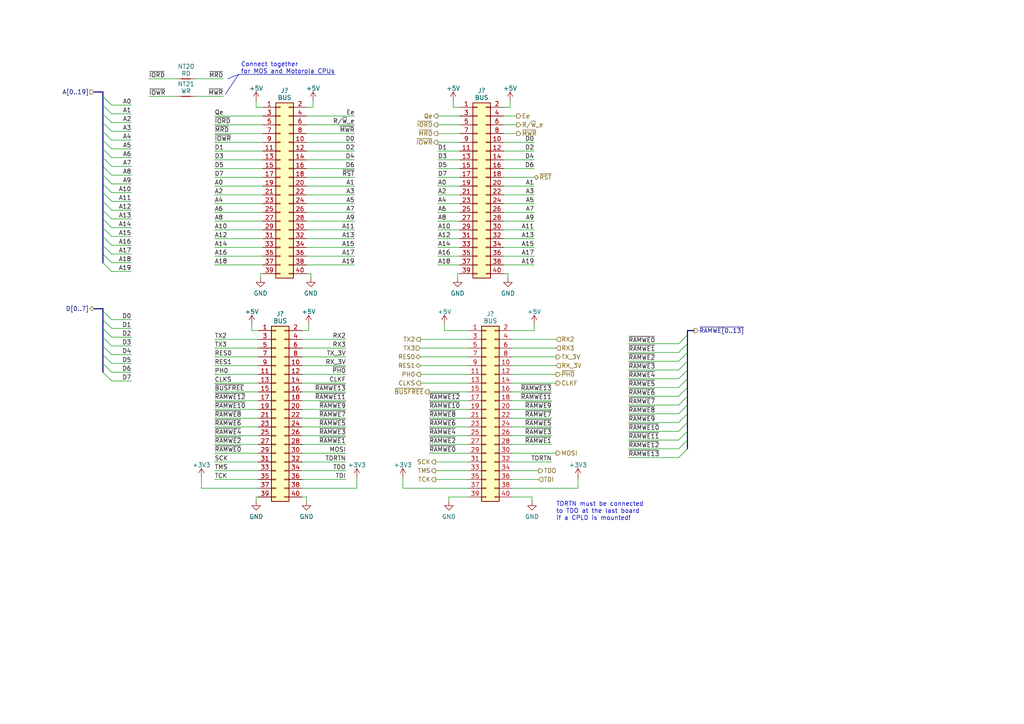
<source format=kicad_sch>
(kicad_sch (version 20230121) (generator eeschema)
  (paper "A4")
  (lib_symbols
    (symbol "Connector_Generic:Conn_02x20_Odd_Even" (pin_names (offset 1.016) hide)
      (property "Reference" "J" (at 1.27 25.4 0))
      (property "Value" "Conn_02x20_Odd_Even" (at 1.27 -27.94 0))
      (symbol "Conn_02x20_Odd_Even_1_1"
        (rectangle (start -1.27 -25.273) (end 0 -25.527) (stroke (width 0.1524)))
        (rectangle (start -1.27 -22.733) (end 0 -22.987) (stroke (width 0.1524)))
        (rectangle (start -1.27 -20.193) (end 0 -20.447) (stroke (width 0.1524)))
        (rectangle (start -1.27 -17.653) (end 0 -17.907) (stroke (width 0.1524)))
        (rectangle (start -1.27 -15.113) (end 0 -15.367) (stroke (width 0.1524)))
        (rectangle (start -1.27 -12.573) (end 0 -12.827) (stroke (width 0.1524)))
        (rectangle (start -1.27 -10.033) (end 0 -10.287) (stroke (width 0.1524)))
        (rectangle (start -1.27 -7.493) (end 0 -7.747) (stroke (width 0.1524)))
        (rectangle (start -1.27 -4.953) (end 0 -5.207) (stroke (width 0.1524)))
        (rectangle (start -1.27 -2.413) (end 0 -2.667) (stroke (width 0.1524)))
        (rectangle (start -1.27 0.127) (end 0 -0.127) (stroke (width 0.1524)))
        (rectangle (start -1.27 2.667) (end 0 2.413) (stroke (width 0.1524)))
        (rectangle (start -1.27 5.207) (end 0 4.953) (stroke (width 0.1524)))
        (rectangle (start -1.27 7.747) (end 0 7.493) (stroke (width 0.1524)))
        (rectangle (start -1.27 10.287) (end 0 10.033) (stroke (width 0.1524)))
        (rectangle (start -1.27 12.827) (end 0 12.573) (stroke (width 0.1524)))
        (rectangle (start -1.27 15.367) (end 0 15.113) (stroke (width 0.1524)))
        (rectangle (start -1.27 17.907) (end 0 17.653) (stroke (width 0.1524)))
        (rectangle (start -1.27 20.447) (end 0 20.193) (stroke (width 0.1524)))
        (rectangle (start -1.27 22.987) (end 0 22.733) (stroke (width 0.1524)))
        (rectangle (start -1.27 24.13) (end 3.81 -26.67) (stroke (width 0.254)) (fill (type background)))
        (rectangle (start 3.81 -25.273) (end 2.54 -25.527) (stroke (width 0.1524)))
        (rectangle (start 3.81 -22.733) (end 2.54 -22.987) (stroke (width 0.1524)))
        (rectangle (start 3.81 -20.193) (end 2.54 -20.447) (stroke (width 0.1524)))
        (rectangle (start 3.81 -17.653) (end 2.54 -17.907) (stroke (width 0.1524)))
        (rectangle (start 3.81 -15.113) (end 2.54 -15.367) (stroke (width 0.1524)))
        (rectangle (start 3.81 -12.573) (end 2.54 -12.827) (stroke (width 0.1524)))
        (rectangle (start 3.81 -10.033) (end 2.54 -10.287) (stroke (width 0.1524)))
        (rectangle (start 3.81 -7.493) (end 2.54 -7.747) (stroke (width 0.1524)))
        (rectangle (start 3.81 -4.953) (end 2.54 -5.207) (stroke (width 0.1524)))
        (rectangle (start 3.81 -2.413) (end 2.54 -2.667) (stroke (width 0.1524)))
        (rectangle (start 3.81 0.127) (end 2.54 -0.127) (stroke (width 0.1524)))
        (rectangle (start 3.81 2.667) (end 2.54 2.413) (stroke (width 0.1524)))
        (rectangle (start 3.81 5.207) (end 2.54 4.953) (stroke (width 0.1524)))
        (rectangle (start 3.81 7.747) (end 2.54 7.493) (stroke (width 0.1524)))
        (rectangle (start 3.81 10.287) (end 2.54 10.033) (stroke (width 0.1524)))
        (rectangle (start 3.81 12.827) (end 2.54 12.573) (stroke (width 0.1524)))
        (rectangle (start 3.81 15.367) (end 2.54 15.113) (stroke (width 0.1524)))
        (rectangle (start 3.81 17.907) (end 2.54 17.653) (stroke (width 0.1524)))
        (rectangle (start 3.81 20.447) (end 2.54 20.193) (stroke (width 0.1524)))
        (rectangle (start 3.81 22.987) (end 2.54 22.733) (stroke (width 0.1524)))
        (pin passive line (at -5.08 22.86 0) (length 3.81) (name "Pin_1") (number "1"))
        (pin passive line (at 7.62 12.7 180) (length 3.81) (name "Pin_10") (number "10"))
        (pin passive line (at -5.08 10.16 0) (length 3.81) (name "Pin_11") (number "11"))
        (pin passive line (at 7.62 10.16 180) (length 3.81) (name "Pin_12") (number "12"))
        (pin passive line (at -5.08 7.62 0) (length 3.81) (name "Pin_13") (number "13"))
        (pin passive line (at 7.62 7.62 180) (length 3.81) (name "Pin_14") (number "14"))
        (pin passive line (at -5.08 5.08 0) (length 3.81) (name "Pin_15") (number "15"))
        (pin passive line (at 7.62 5.08 180) (length 3.81) (name "Pin_16") (number "16"))
        (pin passive line (at -5.08 2.54 0) (length 3.81) (name "Pin_17") (number "17"))
        (pin passive line (at 7.62 2.54 180) (length 3.81) (name "Pin_18") (number "18"))
        (pin passive line (at -5.08 0 0) (length 3.81) (name "Pin_19") (number "19"))
        (pin passive line (at 7.62 22.86 180) (length 3.81) (name "Pin_2") (number "2"))
        (pin passive line (at 7.62 0 180) (length 3.81) (name "Pin_20") (number "20"))
        (pin passive line (at -5.08 -2.54 0) (length 3.81) (name "Pin_21") (number "21"))
        (pin passive line (at 7.62 -2.54 180) (length 3.81) (name "Pin_22") (number "22"))
        (pin passive line (at -5.08 -5.08 0) (length 3.81) (name "Pin_23") (number "23"))
        (pin passive line (at 7.62 -5.08 180) (length 3.81) (name "Pin_24") (number "24"))
        (pin passive line (at -5.08 -7.62 0) (length 3.81) (name "Pin_25") (number "25"))
        (pin passive line (at 7.62 -7.62 180) (length 3.81) (name "Pin_26") (number "26"))
        (pin passive line (at -5.08 -10.16 0) (length 3.81) (name "Pin_27") (number "27"))
        (pin passive line (at 7.62 -10.16 180) (length 3.81) (name "Pin_28") (number "28"))
        (pin passive line (at -5.08 -12.7 0) (length 3.81) (name "Pin_29") (number "29"))
        (pin passive line (at -5.08 20.32 0) (length 3.81) (name "Pin_3") (number "3"))
        (pin passive line (at 7.62 -12.7 180) (length 3.81) (name "Pin_30") (number "30"))
        (pin passive line (at -5.08 -15.24 0) (length 3.81) (name "Pin_31") (number "31"))
        (pin passive line (at 7.62 -15.24 180) (length 3.81) (name "Pin_32") (number "32"))
        (pin passive line (at -5.08 -17.78 0) (length 3.81) (name "Pin_33") (number "33"))
        (pin passive line (at 7.62 -17.78 180) (length 3.81) (name "Pin_34") (number "34"))
        (pin passive line (at -5.08 -20.32 0) (length 3.81) (name "Pin_35") (number "35"))
        (pin passive line (at 7.62 -20.32 180) (length 3.81) (name "Pin_36") (number "36"))
        (pin passive line (at -5.08 -22.86 0) (length 3.81) (name "Pin_37") (number "37"))
        (pin passive line (at 7.62 -22.86 180) (length 3.81) (name "Pin_38") (number "38"))
        (pin passive line (at -5.08 -25.4 0) (length 3.81) (name "Pin_39") (number "39"))
        (pin passive line (at 7.62 20.32 180) (length 3.81) (name "Pin_4") (number "4"))
        (pin passive line (at 7.62 -25.4 180) (length 3.81) (name "Pin_40") (number "40"))
        (pin passive line (at -5.08 17.78 0) (length 3.81) (name "Pin_5") (number "5"))
        (pin passive line (at 7.62 17.78 180) (length 3.81) (name "Pin_6") (number "6"))
        (pin passive line (at -5.08 15.24 0) (length 3.81) (name "Pin_7") (number "7"))
        (pin passive line (at 7.62 15.24 180) (length 3.81) (name "Pin_8") (number "8"))
        (pin passive line (at -5.08 12.7 0) (length 3.81) (name "Pin_9") (number "9"))
      )
    )
    (symbol "Device:NetTie_2" (pin_numbers hide) (pin_names (offset 0) hide) (in_bom no)
      (property "Reference" "NT" (at 0 1.27 0))
      (property "Value" "NetTie_2" (at 0 -1.27 0))
      (symbol "NetTie_2_0_1"
        (polyline (pts (xy -1.27 0) (xy 1.27 0)) (stroke (width 0.254)))
      )
      (symbol "NetTie_2_1_1"
        (pin passive line (at -2.54 0 0) (length 2.54) (name "1") (number "1"))
        (pin passive line (at 2.54 0 180) (length 2.54) (name "2") (number "2"))
      )
    )
    (symbol "power:+3V3" (power) (pin_names (offset 0))
      (property "Value" "+3V3" (at 0 3.556 0))
      (symbol "+3V3_0_1"
        (polyline (pts (xy -0.762 1.27) (xy 0 2.54)))
        (polyline (pts (xy 0 0) (xy 0 2.54)))
        (polyline (pts (xy 0 2.54) (xy 0.762 1.27)))
      )
      (symbol "+3V3_1_1"
        (pin power_in line (at 0 0 90) (length 0) hide (name "+3V3") (number "1"))
      )
    )
    (symbol "power:+5V" (power) (pin_names (offset 0))
      (property "Value" "+5V" (at 0 3.556 0))
      (symbol "+5V_0_1"
        (polyline (pts (xy -0.762 1.27) (xy 0 2.54)))
        (polyline (pts (xy 0 0) (xy 0 2.54)))
        (polyline (pts (xy 0 2.54) (xy 0.762 1.27)))
      )
      (symbol "+5V_1_1"
        (pin power_in line (at 0 0 90) (length 0) hide (name "+5V") (number "1"))
      )
    )
    (symbol "power:GND" (power) (pin_names (offset 0))
      (property "Value" "GND" (at 0 -3.81 0))
      (symbol "GND_0_1"
        (polyline (pts (xy 0 0) (xy 0 -1.27) (xy 1.27 -1.27) (xy 0 -2.54) (xy -1.27 -1.27) (xy 0 -1.27)))
      )
      (symbol "GND_1_1"
        (pin power_in line (at 0 0 270) (length 0) hide (name "GND") (number "1"))
      )
    )
  )
  (bus_entry (at 29.845 55.88) (size 2.54 2.54))
  (bus_entry (at 29.845 92.71) (size 2.54 2.54))
  (bus_entry (at 199.39 104.775) (size -2.54 2.54))
  (bus_entry (at 29.845 68.58) (size 2.54 2.54))
  (bus_entry (at 199.39 117.475) (size -2.54 2.54))
  (bus_entry (at 29.845 107.95) (size 2.54 2.54))
  (bus_entry (at 29.845 95.25) (size 2.54 2.54))
  (bus_entry (at 29.845 43.18) (size 2.54 2.54))
  (bus_entry (at 29.845 53.34) (size 2.54 2.54))
  (bus_entry (at 199.39 122.555) (size -2.54 2.54))
  (bus_entry (at 29.845 50.8) (size 2.54 2.54))
  (bus_entry (at 199.39 114.935) (size -2.54 2.54))
  (bus_entry (at 199.39 125.095) (size -2.54 2.54))
  (bus_entry (at 199.39 107.315) (size -2.54 2.54))
  (bus_entry (at 29.845 100.33) (size 2.54 2.54))
  (bus_entry (at 199.39 97.155) (size -2.54 2.54))
  (bus_entry (at 29.845 33.02) (size 2.54 2.54))
  (bus_entry (at 29.845 58.42) (size 2.54 2.54))
  (bus_entry (at 29.845 35.56) (size 2.54 2.54))
  (bus_entry (at 199.39 120.015) (size -2.54 2.54))
  (bus_entry (at 29.845 66.04) (size 2.54 2.54))
  (bus_entry (at 29.845 48.26) (size 2.54 2.54))
  (bus_entry (at 199.39 99.695) (size -2.54 2.54))
  (bus_entry (at 29.845 73.66) (size 2.54 2.54))
  (bus_entry (at 199.39 130.175) (size -2.54 2.54))
  (bus_entry (at 29.845 76.2) (size 2.54 2.54))
  (bus_entry (at 199.39 102.235) (size -2.54 2.54))
  (bus_entry (at 29.845 97.79) (size 2.54 2.54))
  (bus_entry (at 199.39 127.635) (size -2.54 2.54))
  (bus_entry (at 29.845 27.94) (size 2.54 2.54))
  (bus_entry (at 29.845 38.1) (size 2.54 2.54))
  (bus_entry (at 29.845 105.41) (size 2.54 2.54))
  (bus_entry (at 29.845 40.64) (size 2.54 2.54))
  (bus_entry (at 29.845 63.5) (size 2.54 2.54))
  (bus_entry (at 29.845 30.48) (size 2.54 2.54))
  (bus_entry (at 199.39 109.855) (size -2.54 2.54))
  (bus_entry (at 29.845 102.87) (size 2.54 2.54))
  (bus_entry (at 29.845 90.17) (size 2.54 2.54))
  (bus_entry (at 29.845 60.96) (size 2.54 2.54))
  (bus_entry (at 29.845 45.72) (size 2.54 2.54))
  (bus_entry (at 199.39 112.395) (size -2.54 2.54))
  (bus_entry (at 29.845 71.12) (size 2.54 2.54))
  (wire (pts (xy 87.63 128.905) (xy 100.33 128.905)))
  (wire (pts (xy 87.63 98.425) (xy 100.33 98.425)))
  (bus (pts (xy 29.845 26.67) (xy 27.305 26.67)))
  (wire (pts (xy 58.42 138.43) (xy 58.42 141.605)))
  (wire (pts (xy 121.92 106.045) (xy 135.89 106.045)))
  (wire (pts (xy 127 43.815) (xy 133.35 43.815)))
  (wire (pts (xy 127 64.135) (xy 133.35 64.135)))
  (wire (pts (xy 148.59 100.965) (xy 161.29 100.965)))
  (wire (pts (xy 38.1 78.74) (xy 32.385 78.74)))
  (wire (pts (xy 62.23 48.895) (xy 76.2 48.895)))
  (wire (pts (xy 87.63 116.205) (xy 100.33 116.205)))
  (wire (pts (xy 62.23 106.045) (xy 74.93 106.045)))
  (bus (pts (xy 29.845 55.88) (xy 29.845 53.34)))
  (wire (pts (xy 62.23 128.905) (xy 74.93 128.905)))
  (wire (pts (xy 62.23 76.835) (xy 76.2 76.835)))
  (wire (pts (xy 121.92 100.965) (xy 135.89 100.965)))
  (wire (pts (xy 126.365 136.525) (xy 135.89 136.525)))
  (wire (pts (xy 38.1 92.71) (xy 32.385 92.71)))
  (wire (pts (xy 147.32 80.645) (xy 147.32 79.375)))
  (wire (pts (xy 128.905 95.885) (xy 135.89 95.885)))
  (wire (pts (xy 62.23 118.745) (xy 74.93 118.745)))
  (wire (pts (xy 38.1 97.79) (xy 32.385 97.79)))
  (wire (pts (xy 103.505 138.43) (xy 103.505 141.605)))
  (wire (pts (xy 182.245 104.775) (xy 196.85 104.775)))
  (wire (pts (xy 87.63 106.045) (xy 100.33 106.045)))
  (wire (pts (xy 75.565 79.375) (xy 76.2 79.375)))
  (polyline (pts (xy 65.405 27.305) (xy 69.215 21.59)))
  (bus (pts (xy 199.39 125.095) (xy 199.39 127.635)))
  (wire (pts (xy 73.025 95.885) (xy 74.93 95.885)))
  (wire (pts (xy 62.23 113.665) (xy 74.93 113.665)))
  (wire (pts (xy 182.245 122.555) (xy 196.85 122.555)))
  (wire (pts (xy 90.17 79.375) (xy 88.9 79.375)))
  (bus (pts (xy 199.39 102.235) (xy 199.39 104.775)))
  (wire (pts (xy 88.9 71.755) (xy 102.87 71.755)))
  (bus (pts (xy 199.39 99.695) (xy 199.39 102.235)))
  (wire (pts (xy 90.805 31.115) (xy 88.9 31.115)))
  (bus (pts (xy 29.845 105.41) (xy 29.845 102.87)))
  (wire (pts (xy 127 38.735) (xy 133.35 38.735)))
  (wire (pts (xy 127 41.275) (xy 133.35 41.275)))
  (wire (pts (xy 74.295 145.415) (xy 74.295 144.145)))
  (wire (pts (xy 62.23 131.445) (xy 74.93 131.445)))
  (wire (pts (xy 88.9 43.815) (xy 102.87 43.815)))
  (wire (pts (xy 127 69.215) (xy 133.35 69.215)))
  (wire (pts (xy 182.245 112.395) (xy 196.85 112.395)))
  (bus (pts (xy 29.845 107.95) (xy 29.845 105.41)))
  (wire (pts (xy 88.9 36.195) (xy 102.87 36.195)))
  (wire (pts (xy 146.05 61.595) (xy 154.94 61.595)))
  (wire (pts (xy 87.63 108.585) (xy 100.33 108.585)))
  (wire (pts (xy 74.295 144.145) (xy 74.93 144.145)))
  (wire (pts (xy 58.42 141.605) (xy 74.93 141.605)))
  (wire (pts (xy 148.59 141.605) (xy 167.64 141.605)))
  (bus (pts (xy 199.39 112.395) (xy 199.39 114.935)))
  (bus (pts (xy 29.845 63.5) (xy 29.845 60.96)))
  (wire (pts (xy 38.1 105.41) (xy 32.385 105.41)))
  (wire (pts (xy 148.59 103.505) (xy 161.29 103.505)))
  (wire (pts (xy 182.245 99.695) (xy 196.85 99.695)))
  (polyline (pts (xy 66.04 22.86) (xy 69.215 21.59)))
  (wire (pts (xy 62.23 136.525) (xy 74.93 136.525)))
  (wire (pts (xy 124.46 116.205) (xy 135.89 116.205)))
  (wire (pts (xy 127 61.595) (xy 133.35 61.595)))
  (wire (pts (xy 88.9 145.415) (xy 88.9 144.145)))
  (wire (pts (xy 132.715 79.375) (xy 133.35 79.375)))
  (wire (pts (xy 38.1 30.48) (xy 32.385 30.48)))
  (wire (pts (xy 126.365 133.985) (xy 135.89 133.985)))
  (wire (pts (xy 146.05 36.195) (xy 149.86 36.195)))
  (wire (pts (xy 38.1 60.96) (xy 32.385 60.96)))
  (bus (pts (xy 29.845 68.58) (xy 29.845 71.12)))
  (wire (pts (xy 148.59 136.525) (xy 156.21 136.525)))
  (wire (pts (xy 38.1 102.87) (xy 32.385 102.87)))
  (bus (pts (xy 29.845 30.48) (xy 29.845 27.94)))
  (wire (pts (xy 127 74.295) (xy 133.35 74.295)))
  (wire (pts (xy 182.245 107.315) (xy 196.85 107.315)))
  (bus (pts (xy 29.845 66.04) (xy 29.845 68.58)))
  (wire (pts (xy 182.245 127.635) (xy 196.85 127.635)))
  (wire (pts (xy 148.59 108.585) (xy 161.29 108.585)))
  (wire (pts (xy 148.59 123.825) (xy 160.02 123.825)))
  (wire (pts (xy 128.905 93.98) (xy 128.905 95.885)))
  (wire (pts (xy 62.23 71.755) (xy 76.2 71.755)))
  (wire (pts (xy 147.32 79.375) (xy 146.05 79.375)))
  (wire (pts (xy 154.94 95.885) (xy 148.59 95.885)))
  (wire (pts (xy 62.23 38.735) (xy 76.2 38.735)))
  (bus (pts (xy 29.845 48.26) (xy 29.845 45.72)))
  (wire (pts (xy 62.23 56.515) (xy 76.2 56.515)))
  (bus (pts (xy 199.39 122.555) (xy 199.39 125.095)))
  (wire (pts (xy 127 53.975) (xy 133.35 53.975)))
  (bus (pts (xy 199.39 109.855) (xy 199.39 112.395)))
  (wire (pts (xy 38.1 110.49) (xy 32.385 110.49)))
  (wire (pts (xy 124.46 121.285) (xy 135.89 121.285)))
  (wire (pts (xy 74.295 29.21) (xy 74.295 31.115)))
  (wire (pts (xy 146.05 33.655) (xy 149.86 33.655)))
  (wire (pts (xy 130.175 145.415) (xy 130.175 144.145)))
  (wire (pts (xy 124.46 113.665) (xy 135.89 113.665)))
  (bus (pts (xy 199.39 95.885) (xy 199.39 97.155)))
  (wire (pts (xy 73.025 93.98) (xy 73.025 95.885)))
  (bus (pts (xy 199.39 127.635) (xy 199.39 130.175)))
  (wire (pts (xy 38.1 76.2) (xy 32.385 76.2)))
  (wire (pts (xy 148.59 116.205) (xy 160.02 116.205)))
  (bus (pts (xy 29.845 90.17) (xy 29.845 89.535)))
  (wire (pts (xy 182.245 102.235) (xy 196.85 102.235)))
  (bus (pts (xy 29.845 40.64) (xy 29.845 38.1)))
  (wire (pts (xy 38.1 63.5) (xy 32.385 63.5)))
  (wire (pts (xy 121.92 111.125) (xy 135.89 111.125)))
  (bus (pts (xy 29.845 38.1) (xy 29.845 35.56)))
  (wire (pts (xy 146.05 43.815) (xy 154.94 43.815)))
  (wire (pts (xy 147.955 29.21) (xy 147.955 31.115)))
  (bus (pts (xy 29.845 66.04) (xy 29.845 63.5)))
  (bus (pts (xy 29.845 35.56) (xy 29.845 33.02)))
  (wire (pts (xy 121.92 98.425) (xy 135.89 98.425)))
  (wire (pts (xy 87.63 121.285) (xy 100.33 121.285)))
  (wire (pts (xy 148.59 128.905) (xy 160.02 128.905)))
  (wire (pts (xy 38.1 33.02) (xy 32.385 33.02)))
  (wire (pts (xy 146.05 53.975) (xy 154.94 53.975)))
  (wire (pts (xy 43.18 22.86) (xy 51.435 22.86)))
  (wire (pts (xy 127 66.675) (xy 133.35 66.675)))
  (wire (pts (xy 131.445 31.115) (xy 133.35 31.115)))
  (bus (pts (xy 199.39 114.935) (xy 199.39 117.475)))
  (wire (pts (xy 87.63 113.665) (xy 100.33 113.665)))
  (wire (pts (xy 182.245 120.015) (xy 196.85 120.015)))
  (bus (pts (xy 29.845 60.96) (xy 29.845 58.42)))
  (wire (pts (xy 38.1 73.66) (xy 32.385 73.66)))
  (wire (pts (xy 38.1 43.18) (xy 32.385 43.18)))
  (wire (pts (xy 62.23 126.365) (xy 74.93 126.365)))
  (wire (pts (xy 130.175 144.145) (xy 135.89 144.145)))
  (wire (pts (xy 88.9 53.975) (xy 102.87 53.975)))
  (wire (pts (xy 62.23 103.505) (xy 74.93 103.505)))
  (bus (pts (xy 29.845 53.34) (xy 29.845 50.8)))
  (wire (pts (xy 90.805 29.21) (xy 90.805 31.115)))
  (bus (pts (xy 199.39 107.315) (xy 199.39 109.855)))
  (wire (pts (xy 88.9 144.145) (xy 87.63 144.145)))
  (wire (pts (xy 127 59.055) (xy 133.35 59.055)))
  (wire (pts (xy 146.05 71.755) (xy 154.94 71.755)))
  (wire (pts (xy 74.295 31.115) (xy 76.2 31.115)))
  (wire (pts (xy 88.9 76.835) (xy 102.87 76.835)))
  (wire (pts (xy 116.84 138.43) (xy 116.84 141.605)))
  (wire (pts (xy 88.9 74.295) (xy 102.87 74.295)))
  (wire (pts (xy 88.9 59.055) (xy 102.87 59.055)))
  (wire (pts (xy 88.9 46.355) (xy 102.87 46.355)))
  (wire (pts (xy 62.23 139.065) (xy 74.93 139.065)))
  (wire (pts (xy 62.23 98.425) (xy 74.93 98.425)))
  (wire (pts (xy 38.1 71.12) (xy 32.385 71.12)))
  (wire (pts (xy 148.59 131.445) (xy 161.29 131.445)))
  (wire (pts (xy 126.365 139.065) (xy 135.89 139.065)))
  (bus (pts (xy 29.845 43.18) (xy 29.845 40.64)))
  (wire (pts (xy 88.9 38.735) (xy 102.87 38.735)))
  (wire (pts (xy 62.23 108.585) (xy 74.93 108.585)))
  (wire (pts (xy 154.305 144.145) (xy 148.59 144.145)))
  (bus (pts (xy 29.845 73.66) (xy 29.845 71.12)))
  (wire (pts (xy 62.23 36.195) (xy 76.2 36.195)))
  (wire (pts (xy 148.59 139.065) (xy 156.21 139.065)))
  (wire (pts (xy 88.9 51.435) (xy 102.87 51.435)))
  (wire (pts (xy 127 51.435) (xy 133.35 51.435)))
  (wire (pts (xy 87.63 133.985) (xy 100.33 133.985)))
  (bus (pts (xy 199.39 120.015) (xy 199.39 122.555)))
  (wire (pts (xy 132.715 80.645) (xy 132.715 79.375)))
  (wire (pts (xy 62.23 61.595) (xy 76.2 61.595)))
  (wire (pts (xy 62.23 116.205) (xy 74.93 116.205)))
  (wire (pts (xy 62.23 100.965) (xy 74.93 100.965)))
  (bus (pts (xy 29.845 97.79) (xy 29.845 95.25)))
  (wire (pts (xy 87.63 100.965) (xy 100.33 100.965)))
  (wire (pts (xy 62.23 33.655) (xy 76.2 33.655)))
  (wire (pts (xy 38.1 100.33) (xy 32.385 100.33)))
  (wire (pts (xy 62.23 59.055) (xy 76.2 59.055)))
  (wire (pts (xy 87.63 126.365) (xy 100.33 126.365)))
  (wire (pts (xy 88.9 41.275) (xy 102.87 41.275)))
  (bus (pts (xy 29.845 95.25) (xy 29.845 92.71)))
  (wire (pts (xy 127 33.655) (xy 133.35 33.655)))
  (wire (pts (xy 75.565 80.645) (xy 75.565 79.375)))
  (wire (pts (xy 38.1 40.64) (xy 32.385 40.64)))
  (wire (pts (xy 38.1 45.72) (xy 32.385 45.72)))
  (wire (pts (xy 89.535 95.885) (xy 87.63 95.885)))
  (wire (pts (xy 38.1 107.95) (xy 32.385 107.95)))
  (bus (pts (xy 29.845 33.02) (xy 29.845 30.48)))
  (wire (pts (xy 182.245 130.175) (xy 196.85 130.175)))
  (wire (pts (xy 146.05 59.055) (xy 154.94 59.055)))
  (wire (pts (xy 146.05 64.135) (xy 154.94 64.135)))
  (wire (pts (xy 127 76.835) (xy 133.35 76.835)))
  (wire (pts (xy 124.46 126.365) (xy 135.89 126.365)))
  (wire (pts (xy 182.245 117.475) (xy 196.85 117.475)))
  (wire (pts (xy 38.1 95.25) (xy 32.385 95.25)))
  (wire (pts (xy 38.1 50.8) (xy 32.385 50.8)))
  (wire (pts (xy 62.23 69.215) (xy 76.2 69.215)))
  (wire (pts (xy 88.9 66.675) (xy 102.87 66.675)))
  (wire (pts (xy 88.9 48.895) (xy 102.87 48.895)))
  (wire (pts (xy 38.1 35.56) (xy 32.385 35.56)))
  (wire (pts (xy 38.1 55.88) (xy 32.385 55.88)))
  (wire (pts (xy 146.05 66.675) (xy 154.94 66.675)))
  (wire (pts (xy 121.92 103.505) (xy 135.89 103.505)))
  (wire (pts (xy 62.23 51.435) (xy 76.2 51.435)))
  (wire (pts (xy 89.535 93.98) (xy 89.535 95.885)))
  (wire (pts (xy 87.63 118.745) (xy 100.33 118.745)))
  (wire (pts (xy 38.1 48.26) (xy 32.385 48.26)))
  (wire (pts (xy 56.515 22.86) (xy 64.77 22.86)))
  (wire (pts (xy 148.59 126.365) (xy 160.02 126.365)))
  (wire (pts (xy 87.63 123.825) (xy 100.33 123.825)))
  (wire (pts (xy 154.94 93.98) (xy 154.94 95.885)))
  (wire (pts (xy 124.46 123.825) (xy 135.89 123.825)))
  (wire (pts (xy 62.23 64.135) (xy 76.2 64.135)))
  (bus (pts (xy 199.39 104.775) (xy 199.39 107.315)))
  (wire (pts (xy 116.84 141.605) (xy 135.89 141.605)))
  (wire (pts (xy 182.245 114.935) (xy 196.85 114.935)))
  (wire (pts (xy 127 56.515) (xy 133.35 56.515)))
  (wire (pts (xy 87.63 136.525) (xy 100.33 136.525)))
  (wire (pts (xy 121.92 108.585) (xy 135.89 108.585)))
  (wire (pts (xy 87.63 139.065) (xy 100.33 139.065)))
  (bus (pts (xy 29.845 100.33) (xy 29.845 97.79)))
  (wire (pts (xy 146.05 51.435) (xy 154.94 51.435)))
  (bus (pts (xy 29.845 76.2) (xy 29.845 73.66)))
  (wire (pts (xy 124.46 128.905) (xy 135.89 128.905)))
  (wire (pts (xy 88.9 69.215) (xy 102.87 69.215)))
  (wire (pts (xy 148.59 118.745) (xy 160.02 118.745)))
  (bus (pts (xy 199.39 117.475) (xy 199.39 120.015)))
  (wire (pts (xy 62.23 41.275) (xy 76.2 41.275)))
  (wire (pts (xy 148.59 111.125) (xy 161.29 111.125)))
  (bus (pts (xy 29.845 92.71) (xy 29.845 90.17)))
  (wire (pts (xy 88.9 33.655) (xy 102.87 33.655)))
  (wire (pts (xy 148.59 98.425) (xy 161.29 98.425)))
  (wire (pts (xy 182.245 125.095) (xy 196.85 125.095)))
  (wire (pts (xy 146.05 41.275) (xy 154.94 41.275)))
  (bus (pts (xy 29.845 45.72) (xy 29.845 43.18)))
  (wire (pts (xy 87.63 103.505) (xy 100.33 103.505)))
  (wire (pts (xy 146.05 74.295) (xy 154.94 74.295)))
  (bus (pts (xy 29.845 102.87) (xy 29.845 100.33)))
  (wire (pts (xy 38.1 38.1) (xy 32.385 38.1)))
  (wire (pts (xy 127 46.355) (xy 133.35 46.355)))
  (wire (pts (xy 148.59 133.985) (xy 160.02 133.985)))
  (bus (pts (xy 29.845 58.42) (xy 29.845 55.88)))
  (wire (pts (xy 43.18 27.94) (xy 51.435 27.94)))
  (wire (pts (xy 182.245 132.715) (xy 196.85 132.715)))
  (wire (pts (xy 62.23 74.295) (xy 76.2 74.295)))
  (wire (pts (xy 87.63 141.605) (xy 103.505 141.605)))
  (wire (pts (xy 62.23 133.985) (xy 74.93 133.985)))
  (wire (pts (xy 148.59 106.045) (xy 161.29 106.045)))
  (wire (pts (xy 62.23 53.975) (xy 76.2 53.975)))
  (wire (pts (xy 154.305 145.415) (xy 154.305 144.145)))
  (bus (pts (xy 29.845 50.8) (xy 29.845 48.26)))
  (wire (pts (xy 146.05 48.895) (xy 154.94 48.895)))
  (wire (pts (xy 38.1 66.04) (xy 32.385 66.04)))
  (bus (pts (xy 29.845 89.535) (xy 27.305 89.535)))
  (wire (pts (xy 88.9 64.135) (xy 102.87 64.135)))
  (wire (pts (xy 127 48.895) (xy 133.35 48.895)))
  (wire (pts (xy 62.23 111.125) (xy 74.93 111.125)))
  (wire (pts (xy 124.46 118.745) (xy 135.89 118.745)))
  (wire (pts (xy 146.05 56.515) (xy 154.94 56.515)))
  (wire (pts (xy 124.46 131.445) (xy 135.89 131.445)))
  (bus (pts (xy 201.295 95.885) (xy 199.39 95.885)))
  (wire (pts (xy 38.1 58.42) (xy 32.385 58.42)))
  (wire (pts (xy 167.64 138.43) (xy 167.64 141.605)))
  (wire (pts (xy 62.23 66.675) (xy 76.2 66.675)))
  (wire (pts (xy 88.9 56.515) (xy 102.87 56.515)))
  (wire (pts (xy 146.05 69.215) (xy 154.94 69.215)))
  (wire (pts (xy 182.245 109.855) (xy 196.85 109.855)))
  (wire (pts (xy 38.1 53.34) (xy 32.385 53.34)))
  (wire (pts (xy 62.23 46.355) (xy 76.2 46.355)))
  (wire (pts (xy 127 36.195) (xy 133.35 36.195)))
  (wire (pts (xy 88.9 61.595) (xy 102.87 61.595)))
  (wire (pts (xy 148.59 121.285) (xy 160.02 121.285)))
  (wire (pts (xy 62.23 123.825) (xy 74.93 123.825)))
  (wire (pts (xy 62.23 121.285) (xy 74.93 121.285)))
  (wire (pts (xy 147.955 31.115) (xy 146.05 31.115)))
  (polyline (pts (xy 97.155 21.59) (xy 69.215 21.59)))
  (wire (pts (xy 131.445 29.21) (xy 131.445 31.115)))
  (bus (pts (xy 199.39 97.155) (xy 199.39 99.695)))
  (wire (pts (xy 87.63 131.445) (xy 100.33 131.445)))
  (wire (pts (xy 38.1 68.58) (xy 32.385 68.58)))
  (wire (pts (xy 146.05 38.735) (xy 149.86 38.735)))
  (bus (pts (xy 29.845 27.94) (xy 29.845 26.67)))
  (wire (pts (xy 90.17 80.645) (xy 90.17 79.375)))
  (wire (pts (xy 127 71.755) (xy 133.35 71.755)))
  (wire (pts (xy 148.59 113.665) (xy 160.02 113.665)))
  (wire (pts (xy 146.05 76.835) (xy 154.94 76.835)))
  (wire (pts (xy 62.23 43.815) (xy 76.2 43.815)))
  (wire (pts (xy 56.515 27.94) (xy 64.77 27.94)))
  (wire (pts (xy 87.63 111.125) (xy 100.33 111.125)))
  (wire (pts (xy 146.05 46.355) (xy 154.94 46.355)))
  (text "TDRTN must be connected \nto TDO at the last board\nif a CPLD is mounted!" (at 161.29 151.13 0) (effects (font (size 1.27 1.27)) (justify left bottom)))
  (text "Connect together\nfor MOS and Motorola CPUs" (at 69.85 21.59 0) (effects (font (size 1.27 1.27)) (justify left bottom)))
  (label "A2" (at 127 56.515 0))
  (label "~{RAMWE12}" (at 62.23 116.205 0))
  (label "~{RAMWE4}" (at 124.46 126.365 0))
  (label "D6" (at 102.87 48.895 180))
  (label "~{RAMWE9}" (at 160.02 118.745 180))
  (label "TDI" (at 100.33 139.065 180))
  (label "A7" (at 38.1 48.26 180))
  (label "D7" (at 38.1 110.49 180))
  (label "A19" (at 102.87 76.835 180))
  (label "A3" (at 154.94 56.515 180))
  (label "A9" (at 154.94 64.135 180))
  (label "R{slash}~{W}_e" (at 102.87 36.195 180))
  (label "A17" (at 38.1 73.66 180))
  (label "A16" (at 38.1 71.12 180))
  (label "A13" (at 102.87 69.215 180))
  (label "~{RAMWE11}" (at 100.33 116.205 180))
  (label "~{RAMWE10}" (at 124.46 118.745 0))
  (label "D6" (at 154.94 48.895 180))
  (label "A12" (at 38.1 60.96 180))
  (label "~{MRD}" (at 62.23 38.735 0))
  (label "A5" (at 38.1 43.18 180))
  (label "A14" (at 62.23 71.755 0))
  (label "A7" (at 154.94 61.595 180))
  (label "A18" (at 62.23 76.835 0))
  (label "A6" (at 38.1 45.72 180))
  (label "TX2" (at 62.23 98.425 0))
  (label "A5" (at 154.94 59.055 180))
  (label "A4" (at 38.1 40.64 180))
  (label "TX_3V" (at 100.33 103.505 180))
  (label "A7" (at 102.87 61.595 180))
  (label "A2" (at 38.1 35.56 180))
  (label "~{IOWR}" (at 62.23 41.275 0))
  (label "D2" (at 154.94 43.815 180))
  (label "~{RAMWE8}" (at 182.245 120.015 0))
  (label "A19" (at 154.94 76.835 180))
  (label "~{RAMWE10}" (at 62.23 118.745 0))
  (label "~{RAMWE2}" (at 182.245 104.775 0))
  (label "A15" (at 102.87 71.755 180))
  (label "D1" (at 38.1 95.25 180))
  (label "~{RAMWE6}" (at 124.46 123.825 0))
  (label "TMS" (at 62.23 136.525 0))
  (label "~{RAMWE12}" (at 124.46 116.205 0))
  (label "~{RAMWE13}" (at 182.245 132.715 0))
  (label "A17" (at 102.87 74.295 180))
  (label "A18" (at 38.1 76.2 180))
  (label "A10" (at 127 66.675 0))
  (label "~{RAMWE3}" (at 182.245 107.315 0))
  (label "A4" (at 62.23 59.055 0))
  (label "A14" (at 127 71.755 0))
  (label "TDRTN" (at 100.33 133.985 180))
  (label "A11" (at 154.94 66.675 180))
  (label "A1" (at 154.94 53.975 180))
  (label "~{RAMWE5}" (at 100.33 123.825 180))
  (label "~{RAMWE8}" (at 62.23 121.285 0))
  (label "RES0" (at 62.23 103.505 0))
  (label "~{RAMWE4}" (at 182.245 109.855 0))
  (label "A11" (at 38.1 58.42 180))
  (label "MOSI" (at 100.33 131.445 180))
  (label "A17" (at 154.94 74.295 180))
  (label "A10" (at 62.23 66.675 0))
  (label "~{RAMWE7}" (at 182.245 117.475 0))
  (label "RX3" (at 100.33 100.965 180))
  (label "A19" (at 38.1 78.74 180))
  (label "TDRTN" (at 160.02 133.985 180))
  (label "D0" (at 38.1 92.71 180))
  (label "~{RAMWE9}" (at 100.33 118.745 180))
  (label "A1" (at 38.1 33.02 180))
  (label "A12" (at 127 69.215 0))
  (label "D7" (at 127 51.435 0))
  (label "D4" (at 154.94 46.355 180))
  (label "A8" (at 62.23 64.135 0))
  (label "~{RAMWE11}" (at 182.245 127.635 0))
  (label "A5" (at 102.87 59.055 180))
  (label "D3" (at 38.1 100.33 180))
  (label "A2" (at 62.23 56.515 0))
  (label "~{RAMWE2}" (at 124.46 128.905 0))
  (label "~{BUSFREE}" (at 62.23 113.665 0))
  (label "~{RAMWE11}" (at 160.02 116.205 180))
  (label "D4" (at 38.1 102.87 180))
  (label "~{RAMWE6}" (at 182.245 114.935 0))
  (label "~{MRD}" (at 64.77 22.86 180))
  (label "~{RAMWE2}" (at 62.23 128.905 0))
  (label "~{RAMWE4}" (at 62.23 126.365 0))
  (label "A12" (at 62.23 69.215 0))
  (label "A11" (at 102.87 66.675 180))
  (label "~{RAMWE7}" (at 160.02 121.285 180))
  (label "A13" (at 38.1 63.5 180))
  (label "A8" (at 127 64.135 0))
  (label "D5" (at 127 48.895 0))
  (label "A6" (at 127 61.595 0))
  (label "~{RAMWE3}" (at 160.02 126.365 180))
  (label "RX_3V" (at 100.33 106.045 180))
  (label "~{RAMWE3}" (at 100.33 126.365 180))
  (label "~{PH0}" (at 100.33 108.585 180))
  (label "~{RAMWE13}" (at 160.02 113.665 180))
  (label "~{MWR}" (at 64.77 27.94 180))
  (label "D1" (at 127 43.815 0))
  (label "A1" (at 102.87 53.975 180))
  (label "~{RAMWE12}" (at 182.245 130.175 0))
  (label "D2" (at 38.1 97.79 180))
  (label "~{IORD}" (at 62.23 36.195 0))
  (label "A10" (at 38.1 55.88 180))
  (label "TDO" (at 100.33 136.525 180))
  (label "~{RAMWE5}" (at 160.02 123.825 180))
  (label "Ee" (at 102.87 33.655 180))
  (label "SCK" (at 62.23 133.985 0))
  (label "~{RAMWE7}" (at 100.33 121.285 180))
  (label "~{RAMWE1}" (at 100.33 128.905 180))
  (label "D7" (at 62.23 51.435 0))
  (label "PH0" (at 62.23 108.585 0))
  (label "A16" (at 62.23 74.295 0))
  (label "A18" (at 127 76.835 0))
  (label "D3" (at 127 46.355 0))
  (label "A3" (at 102.87 56.515 180))
  (label "A8" (at 38.1 50.8 180))
  (label "A9" (at 38.1 53.34 180))
  (label "TCK" (at 62.23 139.065 0))
  (label "D0" (at 154.94 41.275 180))
  (label "A16" (at 127 74.295 0))
  (label "D3" (at 62.23 46.355 0))
  (label "CLKF" (at 100.33 111.125 180))
  (label "~{IORD}" (at 43.18 22.86 0))
  (label "~{RAMWE0}" (at 124.46 131.445 0))
  (label "A15" (at 154.94 71.755 180))
  (label "~{RAMWE5}" (at 182.245 112.395 0))
  (label "A15" (at 38.1 68.58 180))
  (label "~{RAMWE6}" (at 62.23 123.825 0))
  (label "A13" (at 154.94 69.215 180))
  (label "~{MWR}" (at 102.87 38.735 180))
  (label "RX2" (at 100.33 98.425 180))
  (label "A0" (at 38.1 30.48 180))
  (label "~{RAMWE1}" (at 182.245 102.235 0))
  (label "A0" (at 127 53.975 0))
  (label "A14" (at 38.1 66.04 180))
  (label "D1" (at 62.23 43.815 0))
  (label "A0" (at 62.23 53.975 0))
  (label "A9" (at 102.87 64.135 180))
  (label "~{RAMWE1}" (at 160.02 128.905 180))
  (label "~{RST}" (at 102.87 51.435 180))
  (label "CLKS" (at 62.23 111.125 0))
  (label "~{RAMWE13}" (at 100.33 113.665 180))
  (label "~{RAMWE10}" (at 182.245 125.095 0))
  (label "A4" (at 127 59.055 0))
  (label "D0" (at 102.87 41.275 180))
  (label "~{RAMWE9}" (at 182.245 122.555 0))
  (label "D6" (at 38.1 107.95 180))
  (label "~{RAMWE0}" (at 182.245 99.695 0))
  (label "A3" (at 38.1 38.1 180))
  (label "RES1" (at 62.23 106.045 0))
  (label "TX3" (at 62.23 100.965 0))
  (label "A6" (at 62.23 61.595 0))
  (label "~{RAMWE8}" (at 124.46 121.285 0))
  (label "Qe" (at 62.23 33.655 0))
  (label "D5" (at 38.1 105.41 180))
  (label "~{IOWR}" (at 43.18 27.94 0))
  (label "D2" (at 102.87 43.815 180))
  (label "D4" (at 102.87 46.355 180))
  (label "D5" (at 62.23 48.895 0))
  (label "~{RAMWE0}" (at 62.23 131.445 0))
  (hierarchical_label "TDO" (shape output) (at 156.21 136.525 0))
  (hierarchical_label "CLKS" (shape output) (at 121.92 111.125 180))
  (hierarchical_label "MOSI" (shape output) (at 161.29 131.445 0))
  (hierarchical_label "RX2" (shape input) (at 161.29 98.425 0))
  (hierarchical_label "~{PH0}" (shape output) (at 161.29 108.585 0))
  (hierarchical_label "~{MRD}" (shape output) (at 127 38.735 180))
  (hierarchical_label "TCK" (shape output) (at 126.365 139.065 180))
  (hierarchical_label "RX_3V" (shape input) (at 161.29 106.045 0))
  (hierarchical_label "~{BUSFREE}" (shape output) (at 124.46 113.665 180))
  (hierarchical_label "~{MWR}" (shape output) (at 149.86 38.735 0))
  (hierarchical_label "PH0" (shape output) (at 121.92 108.585 180))
  (hierarchical_label "RES1" (shape bidirectional) (at 121.92 106.045 180))
  (hierarchical_label "TMS" (shape output) (at 126.365 136.525 180))
  (hierarchical_label "~{RAMWE[0..13]}" (shape output) (at 201.295 95.885 0))
  (hierarchical_label "RES0" (shape bidirectional) (at 121.92 103.505 180))
  (hierarchical_label "Qe" (shape output) (at 127 33.655 180))
  (hierarchical_label "TDI" (shape input) (at 156.21 139.065 0))
  (hierarchical_label "SCK" (shape output) (at 126.365 133.985 180))
  (hierarchical_label "TX2" (shape output) (at 121.92 98.425 180))
  (hierarchical_label "~{IOWR}" (shape output) (at 127 41.275 180))
  (hierarchical_label "TX_3V" (shape output) (at 161.29 103.505 0))
  (hierarchical_label "D[0..7]" (shape bidirectional) (at 27.305 89.535 180))
  (hierarchical_label "~{IORD}" (shape output) (at 127 36.195 180))
  (hierarchical_label "R{slash}~{W}_e" (shape output) (at 149.86 36.195 0))
  (hierarchical_label "~{RST}" (shape bidirectional) (at 154.94 51.435 0))
  (hierarchical_label "A[0..19]" (shape input) (at 27.305 26.67 180))
  (hierarchical_label "TX3" (shape input) (at 121.92 100.965 180))
  (hierarchical_label "RX3" (shape input) (at 161.29 100.965 0))
  (hierarchical_label "Ee" (shape output) (at 149.86 33.655 0))
  (hierarchical_label "CLKF" (shape output) (at 161.29 111.125 0))
  (symbol (lib_id "power:+3V3") (at 58.42 138.43 0) (unit 1)
    (property "Reference" "#PWR?" (effects hide))
    (property "Value" "+3V3" (at 58.42 134.8542 0))
    (instances (project "CPU_6809_board" (path "" (reference "#PWR?") (unit 1)) (path "" (reference "#PWR029") (unit 1))))
  )
  (symbol (lib_id "power:+5V") (at 90.805 29.21 0) (mirror y) (unit 1)
    (property "Reference" "#PWR?" (effects hide))
    (property "Value" "+5V" (at 90.805 25.6342 0))
    (instances (project "CPU_6809_board" (path "" (reference "#PWR?") (unit 1)) (path "" (reference "#PWR021") (unit 1))))
  )
  (symbol (lib_id "Connector_Generic:Conn_02x20_Odd_Even") (at 138.43 53.975 0) (unit 1)
    (property "Reference" "J?" (at 139.7 26.265 0))
    (property "Value" "BUS" (at 139.7 28.313 0))
    (property "Footprint" "Connector_PinSocket_2.54mm:PinSocket_2x20_P2.54mm_Vertical" (effects hide))
    (instances (project "CPU_6809_board" (path "" (reference "J?") (unit 1)) (path "" (reference "J3") (unit 1))))
  )
  (symbol (lib_id "power:GND") (at 90.17 80.645 0) (unit 1)
    (property "Reference" "#PWR?" (effects hide))
    (property "Value" "GND" (at 90.17 85.0884 0))
    (instances (project "CPU_6809_board" (path "" (reference "#PWR?") (unit 1)) (path "" (reference "#PWR025") (unit 1))))
  )
  (symbol (lib_id "power:+3V3") (at 103.505 138.43 0) (unit 1)
    (property "Reference" "#PWR?" (effects hide))
    (property "Value" "+3V3" (at 103.505 134.8542 0))
    (instances (project "CPU_6809_board" (path "" (reference "#PWR?") (unit 1)) (path "" (reference "#PWR030") (unit 1))))
  )
  (symbol (lib_id "power:+5V") (at 74.295 29.21 0) (unit 1)
    (property "Reference" "#PWR?" (effects hide))
    (property "Value" "+5V" (at 74.295 25.6342 0))
    (instances (project "CPU_6809_board" (path "" (reference "#PWR?") (unit 1)) (path "" (reference "#PWR020") (unit 1))))
  )
  (symbol (lib_id "Device:NetTie_2") (at 53.975 27.94 0) (unit 1) (in_bom no)
    (property "Reference" "NT21" (at 53.975 24.36 0))
    (property "Value" "WR" (at 53.975 26.408 0))
    (property "Footprint" "NetTie:NetTie-2_SMD_Pad0.5mm" (effects hide))
  )
  (symbol (lib_id "power:GND") (at 154.305 145.415 0) (unit 1)
    (property "Reference" "#PWR?" (effects hide))
    (property "Value" "GND" (at 154.305 149.8584 0))
    (instances (project "CPU_6809_board" (path "" (reference "#PWR?") (unit 1)) (path "" (reference "#PWR036") (unit 1))))
  )
  (symbol (lib_id "power:GND") (at 132.715 80.645 0) (unit 1)
    (property "Reference" "#PWR?" (effects hide))
    (property "Value" "GND" (at 132.715 85.0884 0))
    (instances (project "CPU_6809_board" (path "" (reference "#PWR?") (unit 1)) (path "" (reference "#PWR026") (unit 1))))
  )
  (symbol (lib_id "Device:NetTie_2") (at 53.975 22.86 0) (unit 1) (in_bom no)
    (property "Reference" "NT20" (at 53.975 19.28 0))
    (property "Value" "RD" (at 53.975 21.328 0))
    (property "Footprint" "NetTie:NetTie-2_SMD_Pad0.5mm" (effects hide))
  )
  (symbol (lib_id "power:+3V3") (at 116.84 138.43 0) (unit 1)
    (property "Reference" "#PWR?" (effects hide))
    (property "Value" "+3V3" (at 116.84 134.8542 0))
    (instances (project "CPU_6809_board" (path "" (reference "#PWR?") (unit 1)) (path "" (reference "#PWR031") (unit 1))))
  )
  (symbol (lib_id "power:+5V") (at 131.445 29.21 0) (unit 1)
    (property "Reference" "#PWR?" (effects hide))
    (property "Value" "+5V" (at 131.445 25.6342 0))
    (instances (project "CPU_6809_board" (path "" (reference "#PWR?") (unit 1)) (path "" (reference "#PWR022") (unit 1))))
  )
  (symbol (lib_id "power:+5V") (at 154.94 93.98 0) (mirror y) (unit 1)
    (property "Reference" "#PWR?" (effects hide))
    (property "Value" "+5V" (at 154.94 90.4042 0))
    (instances (project "CPU_6809_board" (path "" (reference "#PWR?") (unit 1)) (path "" (reference "#PWR028") (unit 1))))
  )
  (symbol (lib_id "power:GND") (at 75.565 80.645 0) (unit 1)
    (property "Reference" "#PWR?" (effects hide))
    (property "Value" "GND" (at 75.565 85.0884 0))
    (instances (project "CPU_6809_board" (path "" (reference "#PWR?") (unit 1)) (path "" (reference "#PWR024") (unit 1))))
  )
  (symbol (lib_id "Connector_Generic:Conn_02x20_Odd_Even") (at 81.28 53.975 0) (unit 1)
    (property "Reference" "J?" (at 82.55 26.265 0))
    (property "Value" "BUS" (at 82.55 28.313 0))
    (property "Footprint" "Connector_PinSocket_2.54mm:PinSocket_2x20_P2.54mm_Vertical" (effects hide))
    (instances (project "CPU_6809_board" (path "" (reference "J?") (unit 1)) (path "" (reference "J1") (unit 1))))
  )
  (symbol (lib_id "power:GND") (at 88.9 145.415 0) (unit 1)
    (property "Reference" "#PWR?" (effects hide))
    (property "Value" "GND" (at 88.9 149.8584 0))
    (instances (project "CPU_6809_board" (path "" (reference "#PWR?") (unit 1)) (path "" (reference "#PWR034") (unit 1))))
  )
  (symbol (lib_id "power:+5V") (at 128.905 93.98 0) (unit 1)
    (property "Reference" "#PWR?" (effects hide))
    (property "Value" "+5V" (at 128.905 90.4042 0))
    (instances (project "CPU_6809_board" (path "" (reference "#PWR?") (unit 1)) (path "" (reference "#PWR019") (unit 1))))
  )
  (symbol (lib_id "power:GND") (at 130.175 145.415 0) (unit 1)
    (property "Reference" "#PWR?" (effects hide))
    (property "Value" "GND" (at 130.175 149.8584 0))
    (instances (project "CPU_6809_board" (path "" (reference "#PWR?") (unit 1)) (path "" (reference "#PWR035") (unit 1))))
  )
  (symbol (lib_id "power:+5V") (at 73.025 93.98 0) (unit 1)
    (property "Reference" "#PWR?" (effects hide))
    (property "Value" "+5V" (at 73.025 90.4042 0))
    (instances (project "CPU_6809_board" (path "" (reference "#PWR?") (unit 1)) (path "" (reference "#PWR016") (unit 1))))
  )
  (symbol (lib_id "power:+5V") (at 89.535 93.98 0) (mirror y) (unit 1)
    (property "Reference" "#PWR?" (effects hide))
    (property "Value" "+5V" (at 89.535 90.4042 0))
    (instances (project "CPU_6809_board" (path "" (reference "#PWR?") (unit 1)) (path "" (reference "#PWR017") (unit 1))))
  )
  (symbol (lib_id "power:GND") (at 74.295 145.415 0) (unit 1)
    (property "Reference" "#PWR?" (effects hide))
    (property "Value" "GND" (at 74.295 149.8584 0))
    (instances (project "CPU_6809_board" (path "" (reference "#PWR?") (unit 1)) (path "" (reference "#PWR033") (unit 1))))
  )
  (symbol (lib_id "Connector_Generic:Conn_02x20_Odd_Even") (at 140.97 118.745 0) (unit 1)
    (property "Reference" "J?" (at 142.24 91.035 0))
    (property "Value" "BUS" (at 142.24 93.083 0))
    (property "Footprint" "Connector_PinSocket_2.54mm:PinSocket_2x20_P2.54mm_Vertical" (effects hide))
    (instances (project "CPU_6809_board" (path "" (reference "J?") (unit 1)) (path "" (reference "J4") (unit 1))))
  )
  (symbol (lib_id "Connector_Generic:Conn_02x20_Odd_Even") (at 80.01 118.745 0) (unit 1)
    (property "Reference" "J?" (at 81.28 91.035 0))
    (property "Value" "BUS" (at 81.28 93.083 0))
    (property "Footprint" "Connector_PinSocket_2.54mm:PinSocket_2x20_P2.54mm_Vertical" (effects hide))
    (instances (project "CPU_6809_board" (path "" (reference "J?") (unit 1)) (path "" (reference "J2") (unit 1))))
  )
  (symbol (lib_id "power:GND") (at 147.32 80.645 0) (unit 1)
    (property "Reference" "#PWR?" (effects hide))
    (property "Value" "GND" (at 147.32 85.0884 0))
    (instances (project "CPU_6809_board" (path "" (reference "#PWR?") (unit 1)) (path "" (reference "#PWR027") (unit 1))))
  )
  (symbol (lib_id "power:+3V3") (at 167.64 138.43 0) (unit 1)
    (property "Reference" "#PWR?" (effects hide))
    (property "Value" "+3V3" (at 167.64 134.8542 0))
    (instances (project "CPU_6809_board" (path "" (reference "#PWR?") (unit 1)) (path "" (reference "#PWR032") (unit 1))))
  )
  (symbol (lib_id "power:+5V") (at 147.955 29.21 0) (mirror y) (unit 1)
    (property "Reference" "#PWR?" (effects hide))
    (property "Value" "+5V" (at 147.955 25.6342 0))
    (instances (project "CPU_6809_board" (path "" (reference "#PWR?") (unit 1)) (path "" (reference "#PWR023") (unit 1))))
  )
)
</source>
